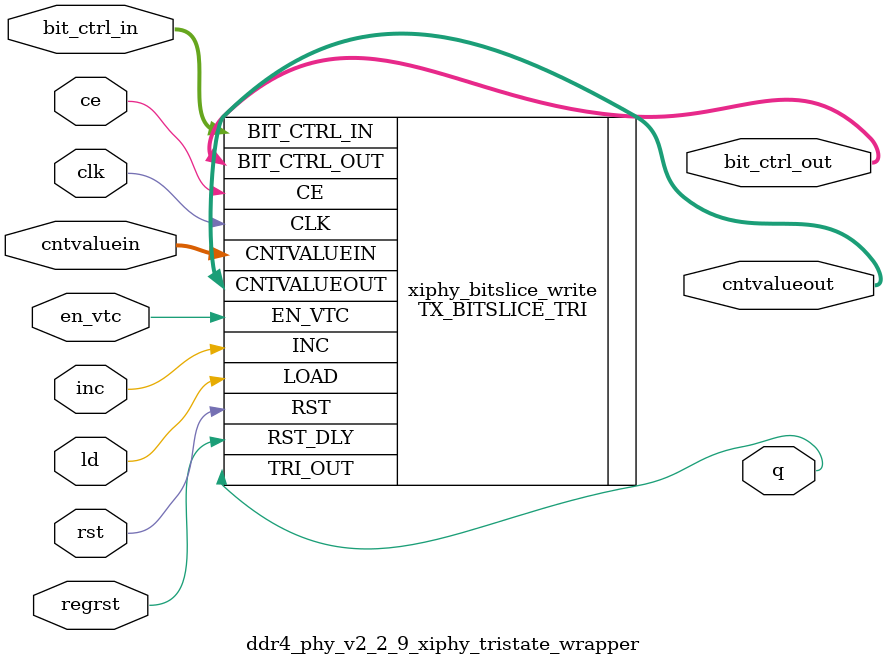
<source format=sv>

`timescale 1ps / 1ps

module ddr4_phy_v2_2_9_xiphy_tristate_wrapper #(

   parameter integer   DATA_WIDTH	= 8,           //8, 4, 1-bit interface 
   parameter           INIT             = 1'b0,        //Initial Oserdes value
   parameter           DELAY_TYPE       = "FIXED",     //FIXED, VAR_LOAD, VARIABLE type of ODELAY     
   parameter           DELAY_FORMAT     = "TIME",      //TIME (mc_fixed_dly_ratio = (2*9)*(1000000/REFCLK_FREQ/DELAY_VAL), COUNT (mc_fixed_delay_ratio={9'b0, DELAY_VAL})
   parameter           UPDATE_MODE      = "ASYNC",     //ASYNC (mc_le_manual=0,mc_le_async=1), SYNC(mc_le_manual=0,mc_le_sync=0), MANUAL (mc_le_manual=1,mc_le_async=0)
   parameter           DELAY_VAL        = 0,           //0 to 1250 ps
   parameter real      REFCLK_FREQ	= 300.0,       //300-2667 MHz
   parameter           OUTPUT_PHASE_90  = "FALSE",      //Delay DQ phase by 90 wrt write DQS
   parameter           NATIVE_ODELAY_BYPASS  = "FALSE",     //Delay DQ phase by 90 wrt write DQS
   parameter           SIM_DEVICE            = "ULTRASCALE"
) (
  input          ce,                 // odelay ce
  input          clk,                // odelay clk
  input          inc,                // odelay inc
  input          ld,                 // odelay ld
  input  [8:0]   cntvaluein,         // odelay 
  output [8:0]   cntvalueout,        // odelay cntvalueout
  output         q,                  // TX q output
  input          regrst,             // odelay reset
  input          rst,                // oserdes reset
  input          en_vtc,             // odelay en_vtc
  //Ribbon cable input bus from bitslice control 
//  input  [3:0]   nib_ctrl_in,        // {ddr_clk, div2_clk, div4_clk, ctrl_clk}  

  //Ribbon cable per-bit input bus from bitslice control 
  input  [39:0]  bit_ctrl_in,
  // {div4_clk, div2_clk, ddr_clk, force_oe_b, d[7:0], ctl2bs_tx_ddr_phase_sel, tx_bs_reset, tx_mux_360_p_sel, tx_mux_360_n_sel, tx_mux_720_p0_sel, tx_mux_720_p1_sel, tx_mux_720_p2_sel, tx_mux_720_p3_sel, 
  //toggle_div2_sel, ctl2bs_dynamic_mode_en, ctrl_ce, ctrl_inc, ctrl_ld, ctrl_dly[8:0], ctrl_clk}  

  //Ribbon cable per-bit output bus to bitslice control 
  //{bs2ctl_tx_ddr_phase_sel, vtc_ready, cntvalueout[8:0]}         
//  input  [10:0]  bit_ctrl_out 
  output  [39:0]  bit_ctrl_out

);

`ifdef ULTRASCALE_PHY_BLH
B_TX_BITSLICE_TRI #(
`else
TX_BITSLICE_TRI #(
`endif
   .DATA_WIDTH              (DATA_WIDTH),       //8, 2, 1
   .DELAY_FORMAT            (DELAY_FORMAT),     //TIME, COUNT
   .UPDATE_MODE             (UPDATE_MODE),      //SYNC, ASYNC, MANUAL 
   .INIT	                (INIT),             //Initial Oserdes value             
   .DELAY_TYPE   	        (DELAY_TYPE),       //FIXED, VAR_LOAD, VARIABLE
   .DELAY_VALUE	            (DELAY_VAL),        //0 to 1250 ps
   .REFCLK_FREQUENCY	    (REFCLK_FREQ),      //300-2667
   .OUTPUT_PHASE_90	        (OUTPUT_PHASE_90),   //delay output phase by 90
`ifndef ULTRASCALE_PHY_BLH
   .SIM_DEVICE              (SIM_DEVICE),
`endif
   .NATIVE_ODELAY_BYPASS    (NATIVE_ODELAY_BYPASS)
) 
xiphy_bitslice_write
(
   .CE                      (ce),
   .CLK                     (clk),
   .INC                     (inc),
   .LOAD                    (ld),
   .CNTVALUEIN              (cntvaluein),
   .CNTVALUEOUT             (cntvalueout),
   .TRI_OUT                 (q),
   .RST_DLY                 (regrst),
   .RST                     (rst),
   .EN_VTC                  (en_vtc),
 //  .NIB_CTRL_IN             (nib_ctrl_in),
   .BIT_CTRL_IN             (bit_ctrl_in),
   .BIT_CTRL_OUT            (bit_ctrl_out)
);

endmodule


</source>
